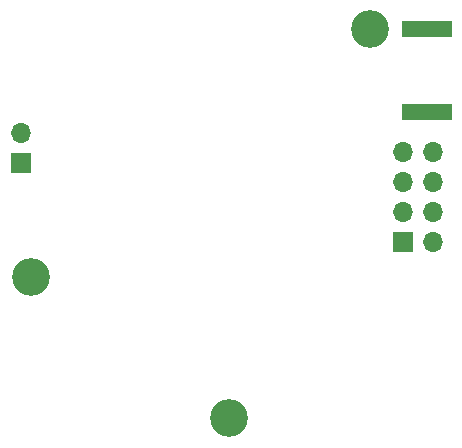
<source format=gbr>
G04 #@! TF.FileFunction,Soldermask,Bot*
%FSLAX46Y46*%
G04 Gerber Fmt 4.6, Leading zero omitted, Abs format (unit mm)*
G04 Created by KiCad (PCBNEW 4.0.7) date Friday, November 17, 2017 'AMt' 01:25:50 AM*
%MOMM*%
%LPD*%
G01*
G04 APERTURE LIST*
%ADD10C,0.100000*%
%ADD11R,1.700000X1.700000*%
%ADD12O,1.700000X1.700000*%
%ADD13R,4.200000X1.350000*%
%ADD14C,3.200000*%
G04 APERTURE END LIST*
D10*
D11*
X162306000Y-108331000D03*
D12*
X164846000Y-108331000D03*
X162306000Y-105791000D03*
X164846000Y-105791000D03*
X162306000Y-103251000D03*
X164846000Y-103251000D03*
X162306000Y-100711000D03*
X164846000Y-100711000D03*
D11*
X129984500Y-101600000D03*
D12*
X129984500Y-99060000D03*
D13*
X164338000Y-90282000D03*
X164338000Y-97282000D03*
X164338000Y-97282000D03*
X164338000Y-90282000D03*
D14*
X130835400Y-111252000D03*
X159512000Y-90297000D03*
X147574000Y-123232001D03*
X147574000Y-123232001D03*
M02*

</source>
